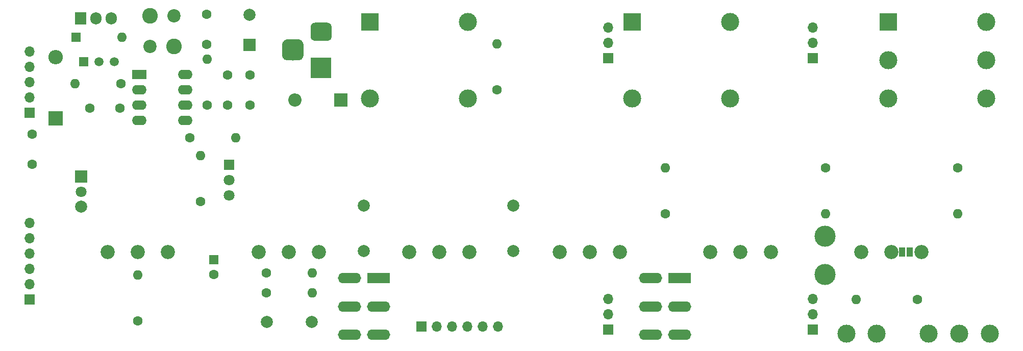
<source format=gts>
G04 #@! TF.GenerationSoftware,KiCad,Pcbnew,(5.1.0)-1*
G04 #@! TF.CreationDate,2019-04-23T00:00:26+02:00*
G04 #@! TF.ProjectId,pcb_main,7063625f-6d61-4696-9e2e-6b696361645f,RC1*
G04 #@! TF.SameCoordinates,Original*
G04 #@! TF.FileFunction,Soldermask,Top*
G04 #@! TF.FilePolarity,Negative*
%FSLAX46Y46*%
G04 Gerber Fmt 4.6, Leading zero omitted, Abs format (unit mm)*
G04 Created by KiCad (PCBNEW (5.1.0)-1) date 2019-04-23 00:00:26*
%MOMM*%
%LPD*%
G04 APERTURE LIST*
%ADD10R,1.800000X1.800000*%
%ADD11C,1.800000*%
%ADD12C,3.000000*%
%ADD13R,3.000000X3.000000*%
%ADD14C,1.600000*%
%ADD15R,1.600000X1.600000*%
%ADD16C,2.340000*%
%ADD17R,2.200000X2.200000*%
%ADD18O,2.200000X2.200000*%
%ADD19R,3.500000X3.500000*%
%ADD20C,0.200000*%
%ADD21C,3.500000*%
%ADD22C,2.000000*%
%ADD23R,1.000000X1.500000*%
%ADD24O,1.600000X1.600000*%
%ADD25O,1.700000X1.700000*%
%ADD26R,1.700000X1.700000*%
%ADD27R,2.000000X2.000000*%
%ADD28R,2.400000X2.400000*%
%ADD29O,2.400000X2.400000*%
%ADD30C,1.500000*%
%ADD31R,1.500000X1.500000*%
%ADD32R,1.905000X2.000000*%
%ADD33O,1.905000X2.000000*%
%ADD34R,2.400000X1.600000*%
%ADD35O,2.400000X1.600000*%
%ADD36C,2.600000*%
%ADD37C,2.200000*%
%ADD38R,3.850000X1.730000*%
%ADD39O,3.850000X1.730000*%
G04 APERTURE END LIST*
D10*
X90600000Y-131660000D03*
D11*
X90600000Y-134200000D03*
D10*
X115100000Y-129670000D03*
D11*
X115100000Y-132210000D03*
X115100000Y-134750000D03*
D12*
X198230000Y-118700000D03*
X198230000Y-106000000D03*
X182000000Y-118700000D03*
D13*
X182000000Y-106000000D03*
D12*
X154730000Y-118700000D03*
X154730000Y-106000000D03*
X138500000Y-118700000D03*
D13*
X138500000Y-106000000D03*
X224500000Y-106000000D03*
D12*
X224500000Y-118700000D03*
X224500000Y-112350000D03*
X240730000Y-106000000D03*
X240730000Y-118700000D03*
X240730000Y-112350000D03*
D14*
X112540000Y-147910000D03*
D15*
X112540000Y-145410000D03*
D16*
X105000000Y-144200000D03*
X100000000Y-144200000D03*
X95000000Y-144200000D03*
X155000000Y-144200000D03*
X150000000Y-144200000D03*
X145000000Y-144200000D03*
X180000000Y-144200000D03*
X175000000Y-144200000D03*
X170000000Y-144200000D03*
X130000000Y-144200000D03*
X125000000Y-144200000D03*
X120000000Y-144200000D03*
X205000000Y-144200000D03*
X200000000Y-144200000D03*
X195000000Y-144200000D03*
X230000000Y-144200000D03*
X225000000Y-144200000D03*
X220000000Y-144200000D03*
D17*
X133700000Y-118900000D03*
D18*
X126080000Y-118900000D03*
D12*
X222600000Y-157700000D03*
X217600000Y-157700000D03*
D19*
X130400000Y-113600000D03*
D20*
G36*
X131473513Y-106103611D02*
G01*
X131546318Y-106114411D01*
X131617714Y-106132295D01*
X131687013Y-106157090D01*
X131753548Y-106188559D01*
X131816678Y-106226398D01*
X131875795Y-106270242D01*
X131930330Y-106319670D01*
X131979758Y-106374205D01*
X132023602Y-106433322D01*
X132061441Y-106496452D01*
X132092910Y-106562987D01*
X132117705Y-106632286D01*
X132135589Y-106703682D01*
X132146389Y-106776487D01*
X132150000Y-106850000D01*
X132150000Y-108350000D01*
X132146389Y-108423513D01*
X132135589Y-108496318D01*
X132117705Y-108567714D01*
X132092910Y-108637013D01*
X132061441Y-108703548D01*
X132023602Y-108766678D01*
X131979758Y-108825795D01*
X131930330Y-108880330D01*
X131875795Y-108929758D01*
X131816678Y-108973602D01*
X131753548Y-109011441D01*
X131687013Y-109042910D01*
X131617714Y-109067705D01*
X131546318Y-109085589D01*
X131473513Y-109096389D01*
X131400000Y-109100000D01*
X129400000Y-109100000D01*
X129326487Y-109096389D01*
X129253682Y-109085589D01*
X129182286Y-109067705D01*
X129112987Y-109042910D01*
X129046452Y-109011441D01*
X128983322Y-108973602D01*
X128924205Y-108929758D01*
X128869670Y-108880330D01*
X128820242Y-108825795D01*
X128776398Y-108766678D01*
X128738559Y-108703548D01*
X128707090Y-108637013D01*
X128682295Y-108567714D01*
X128664411Y-108496318D01*
X128653611Y-108423513D01*
X128650000Y-108350000D01*
X128650000Y-106850000D01*
X128653611Y-106776487D01*
X128664411Y-106703682D01*
X128682295Y-106632286D01*
X128707090Y-106562987D01*
X128738559Y-106496452D01*
X128776398Y-106433322D01*
X128820242Y-106374205D01*
X128869670Y-106319670D01*
X128924205Y-106270242D01*
X128983322Y-106226398D01*
X129046452Y-106188559D01*
X129112987Y-106157090D01*
X129182286Y-106132295D01*
X129253682Y-106114411D01*
X129326487Y-106103611D01*
X129400000Y-106100000D01*
X131400000Y-106100000D01*
X131473513Y-106103611D01*
X131473513Y-106103611D01*
G37*
D12*
X130400000Y-107600000D03*
D20*
G36*
X126660765Y-108854213D02*
G01*
X126745704Y-108866813D01*
X126828999Y-108887677D01*
X126909848Y-108916605D01*
X126987472Y-108953319D01*
X127061124Y-108997464D01*
X127130094Y-109048616D01*
X127193718Y-109106282D01*
X127251384Y-109169906D01*
X127302536Y-109238876D01*
X127346681Y-109312528D01*
X127383395Y-109390152D01*
X127412323Y-109471001D01*
X127433187Y-109554296D01*
X127445787Y-109639235D01*
X127450000Y-109725000D01*
X127450000Y-111475000D01*
X127445787Y-111560765D01*
X127433187Y-111645704D01*
X127412323Y-111728999D01*
X127383395Y-111809848D01*
X127346681Y-111887472D01*
X127302536Y-111961124D01*
X127251384Y-112030094D01*
X127193718Y-112093718D01*
X127130094Y-112151384D01*
X127061124Y-112202536D01*
X126987472Y-112246681D01*
X126909848Y-112283395D01*
X126828999Y-112312323D01*
X126745704Y-112333187D01*
X126660765Y-112345787D01*
X126575000Y-112350000D01*
X124825000Y-112350000D01*
X124739235Y-112345787D01*
X124654296Y-112333187D01*
X124571001Y-112312323D01*
X124490152Y-112283395D01*
X124412528Y-112246681D01*
X124338876Y-112202536D01*
X124269906Y-112151384D01*
X124206282Y-112093718D01*
X124148616Y-112030094D01*
X124097464Y-111961124D01*
X124053319Y-111887472D01*
X124016605Y-111809848D01*
X123987677Y-111728999D01*
X123966813Y-111645704D01*
X123954213Y-111560765D01*
X123950000Y-111475000D01*
X123950000Y-109725000D01*
X123954213Y-109639235D01*
X123966813Y-109554296D01*
X123987677Y-109471001D01*
X124016605Y-109390152D01*
X124053319Y-109312528D01*
X124097464Y-109238876D01*
X124148616Y-109169906D01*
X124206282Y-109106282D01*
X124269906Y-109048616D01*
X124338876Y-108997464D01*
X124412528Y-108953319D01*
X124490152Y-108916605D01*
X124571001Y-108887677D01*
X124654296Y-108866813D01*
X124739235Y-108854213D01*
X124825000Y-108850000D01*
X126575000Y-108850000D01*
X126660765Y-108854213D01*
X126660765Y-108854213D01*
G37*
D21*
X125700000Y-110600000D03*
X214000000Y-141500000D03*
X214000000Y-147850000D03*
D12*
X231200000Y-157700000D03*
X241360000Y-157700000D03*
X236280000Y-157700000D03*
D22*
X128860000Y-155800000D03*
X121360000Y-155800000D03*
D23*
X226800000Y-144200000D03*
X228100000Y-144200000D03*
D14*
X100000000Y-155600000D03*
D24*
X100000000Y-147980000D03*
D14*
X121300000Y-147600000D03*
D24*
X128920000Y-147600000D03*
D14*
X187500000Y-137820000D03*
D24*
X187500000Y-130200000D03*
X128920000Y-150900000D03*
D14*
X121300000Y-150900000D03*
X229300000Y-152000000D03*
D24*
X219140000Y-152000000D03*
X236000000Y-137820000D03*
D14*
X236000000Y-130200000D03*
X214100000Y-130200000D03*
D24*
X214100000Y-137820000D03*
D25*
X178000000Y-106920000D03*
X178000000Y-109460000D03*
D26*
X178000000Y-112000000D03*
X212000000Y-112000000D03*
D25*
X212000000Y-109460000D03*
X212000000Y-106920000D03*
D26*
X82000000Y-152000000D03*
D25*
X82000000Y-149460000D03*
X82000000Y-146920000D03*
X82000000Y-144380000D03*
X82000000Y-141840000D03*
X82000000Y-139300000D03*
D26*
X212000000Y-157000000D03*
D25*
X212000000Y-154460000D03*
X212000000Y-151920000D03*
X178000000Y-151920000D03*
X178000000Y-154460000D03*
D26*
X178000000Y-157000000D03*
D14*
X114900000Y-114800000D03*
X114900000Y-119800000D03*
D22*
X118500000Y-104800000D03*
D27*
X118500000Y-109800000D03*
D14*
X111400000Y-109700000D03*
X111400000Y-104700000D03*
X97000000Y-120300000D03*
X92000000Y-120300000D03*
X118600000Y-119800000D03*
X118600000Y-114800000D03*
X82400000Y-129600000D03*
X82400000Y-124600000D03*
D27*
X90600000Y-131660000D03*
D22*
X90600000Y-136660000D03*
D15*
X89700000Y-108500000D03*
D24*
X97320000Y-108500000D03*
D28*
X86300000Y-122000000D03*
D29*
X86300000Y-111840000D03*
D30*
X93540000Y-112600000D03*
X96080000Y-112600000D03*
D31*
X91000000Y-112600000D03*
D32*
X90500000Y-105400000D03*
D33*
X93040000Y-105400000D03*
X95580000Y-105400000D03*
D24*
X111500000Y-112180000D03*
D14*
X111500000Y-119800000D03*
D24*
X116220000Y-125200000D03*
D14*
X108600000Y-125200000D03*
X97200000Y-116200000D03*
D24*
X89580000Y-116200000D03*
D14*
X110400000Y-135800000D03*
D24*
X110400000Y-128180000D03*
D34*
X100200000Y-114700000D03*
D35*
X107820000Y-122320000D03*
X100200000Y-117240000D03*
X107820000Y-119780000D03*
X100200000Y-119780000D03*
X107820000Y-117240000D03*
X100200000Y-122320000D03*
X107820000Y-114700000D03*
D36*
X102000000Y-105000000D03*
X106000000Y-110000000D03*
D37*
X106000000Y-105000000D03*
X102000000Y-110000000D03*
D38*
X189900000Y-148500000D03*
D39*
X189900000Y-153200000D03*
X189900000Y-157900000D03*
X185070000Y-153200000D03*
X185070000Y-157900000D03*
X185070000Y-148500000D03*
D26*
X82000000Y-121080000D03*
D25*
X82000000Y-118540000D03*
X82000000Y-116000000D03*
X82000000Y-113460000D03*
X82000000Y-110920000D03*
D38*
X139900000Y-148500000D03*
D39*
X139900000Y-153200000D03*
X139900000Y-157900000D03*
X135070000Y-153200000D03*
X135070000Y-157900000D03*
X135070000Y-148500000D03*
D22*
X162300000Y-144000000D03*
X162300000Y-136500000D03*
X137500000Y-136500000D03*
X137500000Y-144000000D03*
D26*
X147020000Y-156500000D03*
D25*
X149560000Y-156500000D03*
X152100000Y-156500000D03*
X154640000Y-156500000D03*
X157180000Y-156500000D03*
X159720000Y-156500000D03*
D14*
X159600000Y-117200000D03*
D24*
X159600000Y-109580000D03*
M02*

</source>
